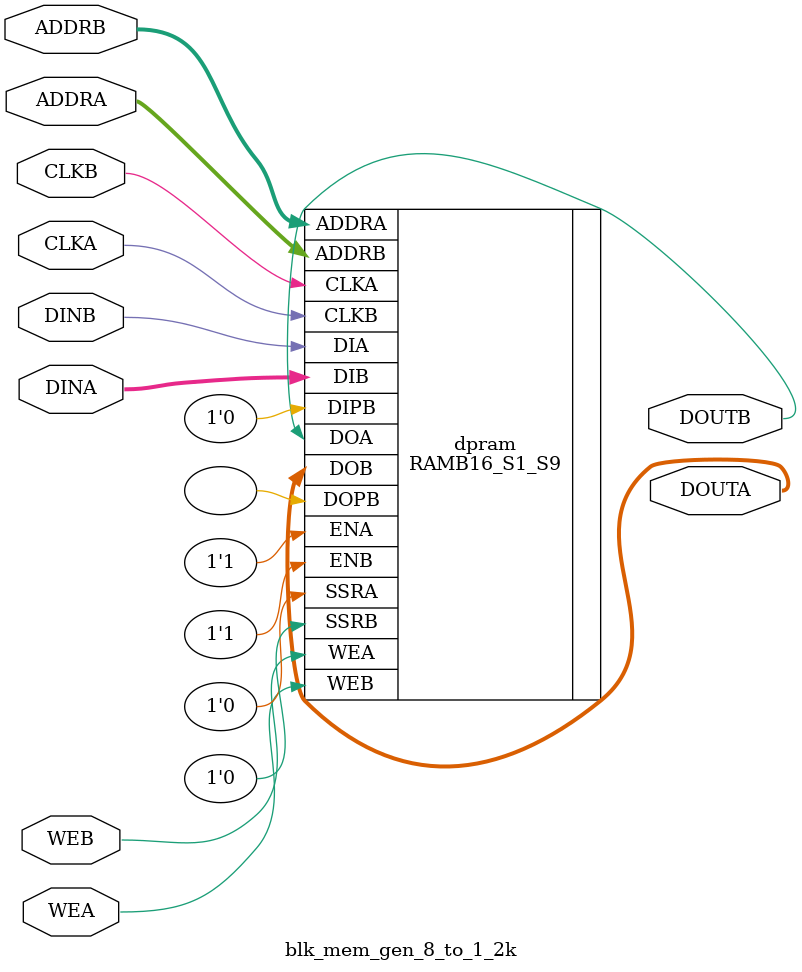
<source format=v>

module blk_mem_gen_8_to_1_2k (
  CLKA, CLKB, DOUTA, DOUTB, WEA, WEB, ADDRA, ADDRB, DINA, DINB
);
  input CLKA;
  input CLKB;
  output [7 : 0] DOUTA;
  output [0 : 0] DOUTB;
  input [0 : 0] WEA;
  input [0 : 0] WEB;
  input [10 : 0] ADDRA;
  input [13 : 0] ADDRB;
  input [7 : 0] DINA;
  input [0 : 0] DINB;
  
  RAMB16_S1_S9 dpram  (
    .CLKA(CLKB),
    .CLKB(CLKA),
    .ENB(1'b1),
    .WEA(WEB),
    .WEB(WEA),
    .ENA(1'b1),
    .SSRA(1'b0),
    .SSRB(1'b0),
    .DIPB(1'b0),
    .ADDRA(ADDRB),
    .ADDRB(ADDRA),
    .DIA(DINB),
    .DIB(DINA),
    .DOA(DOUTB),
    .DOB(DOUTA),
    .DOPB()
  );
 
endmodule


</source>
